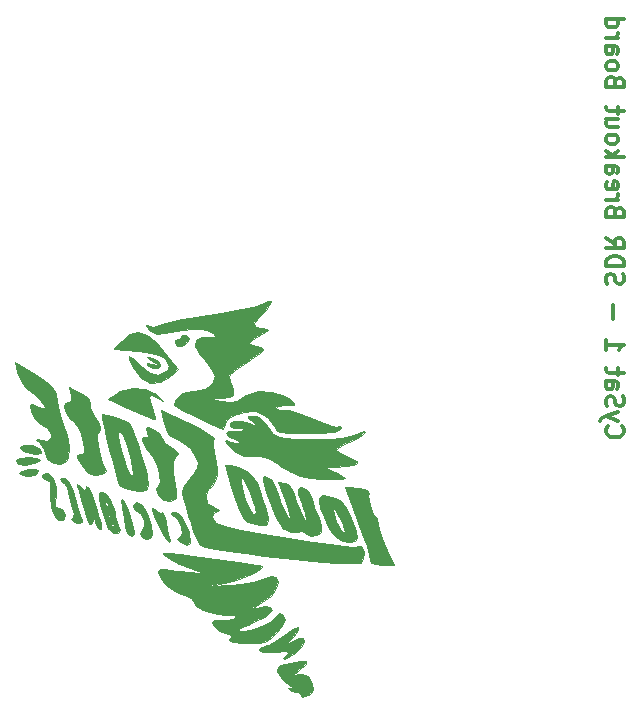
<source format=gbr>
%TF.GenerationSoftware,KiCad,Pcbnew,(5.1.0)-1*%
%TF.CreationDate,2019-05-03T18:32:39-05:00*%
%TF.ProjectId,payload_board,7061796c-6f61-4645-9f62-6f6172642e6b,rev?*%
%TF.SameCoordinates,Original*%
%TF.FileFunction,Legend,Bot*%
%TF.FilePolarity,Positive*%
%FSLAX46Y46*%
G04 Gerber Fmt 4.6, Leading zero omitted, Abs format (unit mm)*
G04 Created by KiCad (PCBNEW (5.1.0)-1) date 2019-05-03 18:32:39*
%MOMM*%
%LPD*%
G04 APERTURE LIST*
%ADD10C,0.300000*%
%ADD11C,0.010000*%
G04 APERTURE END LIST*
D10*
X121294285Y-94461428D02*
X121222857Y-94532857D01*
X121151428Y-94747142D01*
X121151428Y-94890000D01*
X121222857Y-95104285D01*
X121365714Y-95247142D01*
X121508571Y-95318571D01*
X121794285Y-95390000D01*
X122008571Y-95390000D01*
X122294285Y-95318571D01*
X122437142Y-95247142D01*
X122580000Y-95104285D01*
X122651428Y-94890000D01*
X122651428Y-94747142D01*
X122580000Y-94532857D01*
X122508571Y-94461428D01*
X122151428Y-93961428D02*
X121151428Y-93604285D01*
X122151428Y-93247142D02*
X121151428Y-93604285D01*
X120794285Y-93747142D01*
X120722857Y-93818571D01*
X120651428Y-93961428D01*
X121222857Y-92747142D02*
X121151428Y-92532857D01*
X121151428Y-92175714D01*
X121222857Y-92032857D01*
X121294285Y-91961428D01*
X121437142Y-91890000D01*
X121580000Y-91890000D01*
X121722857Y-91961428D01*
X121794285Y-92032857D01*
X121865714Y-92175714D01*
X121937142Y-92461428D01*
X122008571Y-92604285D01*
X122080000Y-92675714D01*
X122222857Y-92747142D01*
X122365714Y-92747142D01*
X122508571Y-92675714D01*
X122580000Y-92604285D01*
X122651428Y-92461428D01*
X122651428Y-92104285D01*
X122580000Y-91890000D01*
X121151428Y-90604285D02*
X121937142Y-90604285D01*
X122080000Y-90675714D01*
X122151428Y-90818571D01*
X122151428Y-91104285D01*
X122080000Y-91247142D01*
X121222857Y-90604285D02*
X121151428Y-90747142D01*
X121151428Y-91104285D01*
X121222857Y-91247142D01*
X121365714Y-91318571D01*
X121508571Y-91318571D01*
X121651428Y-91247142D01*
X121722857Y-91104285D01*
X121722857Y-90747142D01*
X121794285Y-90604285D01*
X122151428Y-90104285D02*
X122151428Y-89532857D01*
X122651428Y-89890000D02*
X121365714Y-89890000D01*
X121222857Y-89818571D01*
X121151428Y-89675714D01*
X121151428Y-89532857D01*
X121151428Y-87104285D02*
X121151428Y-87961428D01*
X121151428Y-87532857D02*
X122651428Y-87532857D01*
X122437142Y-87675714D01*
X122294285Y-87818571D01*
X122222857Y-87961428D01*
X121722857Y-85318571D02*
X121722857Y-84175714D01*
X121222857Y-82390000D02*
X121151428Y-82175714D01*
X121151428Y-81818571D01*
X121222857Y-81675714D01*
X121294285Y-81604285D01*
X121437142Y-81532857D01*
X121580000Y-81532857D01*
X121722857Y-81604285D01*
X121794285Y-81675714D01*
X121865714Y-81818571D01*
X121937142Y-82104285D01*
X122008571Y-82247142D01*
X122080000Y-82318571D01*
X122222857Y-82390000D01*
X122365714Y-82390000D01*
X122508571Y-82318571D01*
X122580000Y-82247142D01*
X122651428Y-82104285D01*
X122651428Y-81747142D01*
X122580000Y-81532857D01*
X121151428Y-80890000D02*
X122651428Y-80890000D01*
X122651428Y-80532857D01*
X122580000Y-80318571D01*
X122437142Y-80175714D01*
X122294285Y-80104285D01*
X122008571Y-80032857D01*
X121794285Y-80032857D01*
X121508571Y-80104285D01*
X121365714Y-80175714D01*
X121222857Y-80318571D01*
X121151428Y-80532857D01*
X121151428Y-80890000D01*
X121151428Y-78532857D02*
X121865714Y-79032857D01*
X121151428Y-79390000D02*
X122651428Y-79390000D01*
X122651428Y-78818571D01*
X122580000Y-78675714D01*
X122508571Y-78604285D01*
X122365714Y-78532857D01*
X122151428Y-78532857D01*
X122008571Y-78604285D01*
X121937142Y-78675714D01*
X121865714Y-78818571D01*
X121865714Y-79390000D01*
X121937142Y-76247142D02*
X121865714Y-76032857D01*
X121794285Y-75961428D01*
X121651428Y-75890000D01*
X121437142Y-75890000D01*
X121294285Y-75961428D01*
X121222857Y-76032857D01*
X121151428Y-76175714D01*
X121151428Y-76747142D01*
X122651428Y-76747142D01*
X122651428Y-76247142D01*
X122580000Y-76104285D01*
X122508571Y-76032857D01*
X122365714Y-75961428D01*
X122222857Y-75961428D01*
X122080000Y-76032857D01*
X122008571Y-76104285D01*
X121937142Y-76247142D01*
X121937142Y-76747142D01*
X121151428Y-75247142D02*
X122151428Y-75247142D01*
X121865714Y-75247142D02*
X122008571Y-75175714D01*
X122080000Y-75104285D01*
X122151428Y-74961428D01*
X122151428Y-74818571D01*
X121222857Y-73747142D02*
X121151428Y-73890000D01*
X121151428Y-74175714D01*
X121222857Y-74318571D01*
X121365714Y-74390000D01*
X121937142Y-74390000D01*
X122080000Y-74318571D01*
X122151428Y-74175714D01*
X122151428Y-73890000D01*
X122080000Y-73747142D01*
X121937142Y-73675714D01*
X121794285Y-73675714D01*
X121651428Y-74390000D01*
X121151428Y-72390000D02*
X121937142Y-72390000D01*
X122080000Y-72461428D01*
X122151428Y-72604285D01*
X122151428Y-72890000D01*
X122080000Y-73032857D01*
X121222857Y-72390000D02*
X121151428Y-72532857D01*
X121151428Y-72890000D01*
X121222857Y-73032857D01*
X121365714Y-73104285D01*
X121508571Y-73104285D01*
X121651428Y-73032857D01*
X121722857Y-72890000D01*
X121722857Y-72532857D01*
X121794285Y-72390000D01*
X121151428Y-71675714D02*
X122651428Y-71675714D01*
X121722857Y-71532857D02*
X121151428Y-71104285D01*
X122151428Y-71104285D02*
X121580000Y-71675714D01*
X121151428Y-70247142D02*
X121222857Y-70390000D01*
X121294285Y-70461428D01*
X121437142Y-70532857D01*
X121865714Y-70532857D01*
X122008571Y-70461428D01*
X122080000Y-70390000D01*
X122151428Y-70247142D01*
X122151428Y-70032857D01*
X122080000Y-69890000D01*
X122008571Y-69818571D01*
X121865714Y-69747142D01*
X121437142Y-69747142D01*
X121294285Y-69818571D01*
X121222857Y-69890000D01*
X121151428Y-70032857D01*
X121151428Y-70247142D01*
X122151428Y-68461428D02*
X121151428Y-68461428D01*
X122151428Y-69104285D02*
X121365714Y-69104285D01*
X121222857Y-69032857D01*
X121151428Y-68890000D01*
X121151428Y-68675714D01*
X121222857Y-68532857D01*
X121294285Y-68461428D01*
X122151428Y-67961428D02*
X122151428Y-67390000D01*
X122651428Y-67747142D02*
X121365714Y-67747142D01*
X121222857Y-67675714D01*
X121151428Y-67532857D01*
X121151428Y-67390000D01*
X121937142Y-65247142D02*
X121865714Y-65032857D01*
X121794285Y-64961428D01*
X121651428Y-64890000D01*
X121437142Y-64890000D01*
X121294285Y-64961428D01*
X121222857Y-65032857D01*
X121151428Y-65175714D01*
X121151428Y-65747142D01*
X122651428Y-65747142D01*
X122651428Y-65247142D01*
X122580000Y-65104285D01*
X122508571Y-65032857D01*
X122365714Y-64961428D01*
X122222857Y-64961428D01*
X122080000Y-65032857D01*
X122008571Y-65104285D01*
X121937142Y-65247142D01*
X121937142Y-65747142D01*
X121151428Y-64032857D02*
X121222857Y-64175714D01*
X121294285Y-64247142D01*
X121437142Y-64318571D01*
X121865714Y-64318571D01*
X122008571Y-64247142D01*
X122080000Y-64175714D01*
X122151428Y-64032857D01*
X122151428Y-63818571D01*
X122080000Y-63675714D01*
X122008571Y-63604285D01*
X121865714Y-63532857D01*
X121437142Y-63532857D01*
X121294285Y-63604285D01*
X121222857Y-63675714D01*
X121151428Y-63818571D01*
X121151428Y-64032857D01*
X121151428Y-62247142D02*
X121937142Y-62247142D01*
X122080000Y-62318571D01*
X122151428Y-62461428D01*
X122151428Y-62747142D01*
X122080000Y-62890000D01*
X121222857Y-62247142D02*
X121151428Y-62390000D01*
X121151428Y-62747142D01*
X121222857Y-62890000D01*
X121365714Y-62961428D01*
X121508571Y-62961428D01*
X121651428Y-62890000D01*
X121722857Y-62747142D01*
X121722857Y-62390000D01*
X121794285Y-62247142D01*
X121151428Y-61532857D02*
X122151428Y-61532857D01*
X121865714Y-61532857D02*
X122008571Y-61461428D01*
X122080000Y-61390000D01*
X122151428Y-61247142D01*
X122151428Y-61104285D01*
X121151428Y-59961428D02*
X122651428Y-59961428D01*
X121222857Y-59961428D02*
X121151428Y-60104285D01*
X121151428Y-60390000D01*
X121222857Y-60532857D01*
X121294285Y-60604285D01*
X121437142Y-60675714D01*
X121865714Y-60675714D01*
X122008571Y-60604285D01*
X122080000Y-60532857D01*
X122151428Y-60390000D01*
X122151428Y-60104285D01*
X122080000Y-59961428D01*
D11*
G36*
X85161101Y-86853276D02*
G01*
X84940555Y-87069126D01*
X84855673Y-87046059D01*
X84679941Y-87141533D01*
X84655702Y-87311761D01*
X84826657Y-87651411D01*
X85222374Y-87634520D01*
X85616298Y-87323803D01*
X85789452Y-86954029D01*
X85597973Y-86741729D01*
X85248498Y-86727749D01*
X85161101Y-86853276D01*
X85161101Y-86853276D01*
G37*
X85161101Y-86853276D02*
X84940555Y-87069126D01*
X84855673Y-87046059D01*
X84679941Y-87141533D01*
X84655702Y-87311761D01*
X84826657Y-87651411D01*
X85222374Y-87634520D01*
X85616298Y-87323803D01*
X85789452Y-86954029D01*
X85597973Y-86741729D01*
X85248498Y-86727749D01*
X85161101Y-86853276D01*
G36*
X82238705Y-88546391D02*
G01*
X82453434Y-88767421D01*
X82695000Y-88924838D01*
X83144479Y-89203820D01*
X83143550Y-89259984D01*
X82728359Y-89154088D01*
X82284311Y-89099142D01*
X82276244Y-89276619D01*
X82687398Y-89546852D01*
X83175847Y-89485521D01*
X83355130Y-89318678D01*
X83279638Y-89014242D01*
X82987434Y-88783941D01*
X82438083Y-88541598D01*
X82238705Y-88546391D01*
X82238705Y-88546391D01*
G37*
X82238705Y-88546391D02*
X82453434Y-88767421D01*
X82695000Y-88924838D01*
X83144479Y-89203820D01*
X83143550Y-89259984D01*
X82728359Y-89154088D01*
X82284311Y-89099142D01*
X82276244Y-89276619D01*
X82687398Y-89546852D01*
X83175847Y-89485521D01*
X83355130Y-89318678D01*
X83279638Y-89014242D01*
X82987434Y-88783941D01*
X82438083Y-88541598D01*
X82238705Y-88546391D01*
G36*
X80832080Y-86631436D02*
G01*
X80119913Y-87197311D01*
X80023531Y-87297641D01*
X79440302Y-87918461D01*
X81476025Y-88109224D01*
X82588162Y-88241424D01*
X83294462Y-88410341D01*
X83723814Y-88656215D01*
X83910546Y-88869350D01*
X84162990Y-89322490D01*
X84048946Y-89614063D01*
X83852122Y-89773040D01*
X83175310Y-90077091D01*
X82509624Y-89926801D01*
X81759210Y-89305263D01*
X81137302Y-88724434D01*
X80781651Y-88533833D01*
X80726271Y-88732529D01*
X81005178Y-89319589D01*
X81008831Y-89325820D01*
X81766774Y-90314450D01*
X82565893Y-90772749D01*
X83401803Y-90699432D01*
X84118088Y-90235985D01*
X84872756Y-89564899D01*
X84077854Y-88566134D01*
X83077142Y-87412149D01*
X82245844Y-86718564D01*
X81519107Y-86465090D01*
X80832080Y-86631436D01*
X80832080Y-86631436D01*
G37*
X80832080Y-86631436D02*
X80119913Y-87197311D01*
X80023531Y-87297641D01*
X79440302Y-87918461D01*
X81476025Y-88109224D01*
X82588162Y-88241424D01*
X83294462Y-88410341D01*
X83723814Y-88656215D01*
X83910546Y-88869350D01*
X84162990Y-89322490D01*
X84048946Y-89614063D01*
X83852122Y-89773040D01*
X83175310Y-90077091D01*
X82509624Y-89926801D01*
X81759210Y-89305263D01*
X81137302Y-88724434D01*
X80781651Y-88533833D01*
X80726271Y-88732529D01*
X81005178Y-89319589D01*
X81008831Y-89325820D01*
X81766774Y-90314450D01*
X82565893Y-90772749D01*
X83401803Y-90699432D01*
X84118088Y-90235985D01*
X84872756Y-89564899D01*
X84077854Y-88566134D01*
X83077142Y-87412149D01*
X82245844Y-86718564D01*
X81519107Y-86465090D01*
X80832080Y-86631436D01*
G36*
X79988099Y-91496183D02*
G01*
X79675009Y-91673147D01*
X78927649Y-92165927D01*
X80610798Y-92902347D01*
X81728062Y-93390359D01*
X82436894Y-93687763D01*
X82820037Y-93815349D01*
X82960234Y-93793910D01*
X82940227Y-93644238D01*
X82873961Y-93471053D01*
X82664764Y-92835166D01*
X82523966Y-92326376D01*
X82444017Y-91860684D01*
X82633792Y-91805735D01*
X82993001Y-91965258D01*
X83630789Y-92276509D01*
X82999590Y-91726676D01*
X82120028Y-91284028D01*
X81048750Y-91206111D01*
X79988099Y-91496183D01*
X79988099Y-91496183D01*
G37*
X79988099Y-91496183D02*
X79675009Y-91673147D01*
X78927649Y-92165927D01*
X80610798Y-92902347D01*
X81728062Y-93390359D01*
X82436894Y-93687763D01*
X82820037Y-93815349D01*
X82960234Y-93793910D01*
X82940227Y-93644238D01*
X82873961Y-93471053D01*
X82664764Y-92835166D01*
X82523966Y-92326376D01*
X82444017Y-91860684D01*
X82633792Y-91805735D01*
X82993001Y-91965258D01*
X83630789Y-92276509D01*
X82999590Y-91726676D01*
X82120028Y-91284028D01*
X81048750Y-91206111D01*
X79988099Y-91496183D01*
G36*
X92558619Y-83834458D02*
G01*
X92374381Y-83928932D01*
X91578094Y-84231845D01*
X90294575Y-84545522D01*
X88507570Y-84873408D01*
X86460495Y-85182781D01*
X85268820Y-85372088D01*
X84258604Y-85573361D01*
X83558614Y-85758607D01*
X83319980Y-85865527D01*
X82794265Y-86028460D01*
X82497878Y-85978622D01*
X82181099Y-85880015D01*
X82255018Y-86025798D01*
X82482354Y-86261252D01*
X82777589Y-86497186D01*
X83149719Y-86592445D01*
X83745290Y-86554980D01*
X84710850Y-86392744D01*
X84754985Y-86384562D01*
X85974024Y-86207754D01*
X86828120Y-86212901D01*
X87307105Y-86332771D01*
X87819712Y-86583663D01*
X88060631Y-86795576D01*
X87938932Y-86877617D01*
X87841842Y-86867286D01*
X86905849Y-86843835D01*
X86406142Y-87114243D01*
X86356135Y-87645073D01*
X86769242Y-88402887D01*
X87077226Y-88773244D01*
X87620927Y-89441745D01*
X87970971Y-90000194D01*
X88042368Y-90222725D01*
X87799985Y-90837143D01*
X87152226Y-91269908D01*
X86218173Y-91443702D01*
X86161099Y-91444211D01*
X85266060Y-91621625D01*
X84707913Y-92106899D01*
X84566579Y-92645003D01*
X84788147Y-92806662D01*
X85361896Y-93119718D01*
X86151394Y-93518313D01*
X87020208Y-93936589D01*
X87831905Y-94308688D01*
X88450053Y-94568751D01*
X88725602Y-94652632D01*
X88832252Y-94435200D01*
X88844473Y-94264123D01*
X89082326Y-93848439D01*
X89679237Y-93476189D01*
X90460240Y-93218356D01*
X91250366Y-93145919D01*
X91513934Y-93181178D01*
X92045646Y-93370883D01*
X92502954Y-93751696D01*
X93011431Y-94443605D01*
X93276024Y-94864929D01*
X93575372Y-94946741D01*
X94258708Y-95004260D01*
X95175778Y-95036229D01*
X96176331Y-95041390D01*
X97110113Y-95018485D01*
X97826871Y-94966259D01*
X98135526Y-94905594D01*
X98597364Y-94662924D01*
X98737105Y-94498958D01*
X98539894Y-94423677D01*
X98366817Y-94470145D01*
X97950423Y-94430990D01*
X97227658Y-94188936D01*
X96428396Y-93831335D01*
X95335590Y-93375730D01*
X94293964Y-93090640D01*
X93790789Y-93032479D01*
X93149502Y-93008530D01*
X92989503Y-92943231D01*
X93257377Y-92801098D01*
X93372282Y-92754452D01*
X93994904Y-92603885D01*
X94374913Y-92629324D01*
X94710457Y-92675931D01*
X94703842Y-92485453D01*
X94418034Y-92169830D01*
X93937751Y-91852129D01*
X92844406Y-91505803D01*
X91685815Y-91485965D01*
X90674208Y-91785516D01*
X90385891Y-91970952D01*
X89852777Y-92296726D01*
X89270060Y-92372230D01*
X88545098Y-92267615D01*
X87373947Y-92037536D01*
X88541446Y-92008242D01*
X89255218Y-91956694D01*
X89565109Y-91769081D01*
X89532234Y-91325490D01*
X89257781Y-90602694D01*
X89193916Y-90302637D01*
X89323104Y-90007855D01*
X89719765Y-89642562D01*
X90458316Y-89130976D01*
X91117105Y-88709264D01*
X91832712Y-88230065D01*
X92125629Y-87945991D01*
X92044601Y-87799795D01*
X91919210Y-87767245D01*
X91148494Y-87589002D01*
X90894167Y-87391622D01*
X91139436Y-87115251D01*
X91651842Y-86814364D01*
X92289442Y-86460439D01*
X92494827Y-86279678D01*
X92307536Y-86193473D01*
X91986052Y-86149957D01*
X91402788Y-86003063D01*
X91307597Y-85722958D01*
X91690128Y-85250073D01*
X91810291Y-85138641D01*
X92332375Y-84575545D01*
X92632634Y-84141175D01*
X92771348Y-83803068D01*
X92558619Y-83834458D01*
X92558619Y-83834458D01*
G37*
X92558619Y-83834458D02*
X92374381Y-83928932D01*
X91578094Y-84231845D01*
X90294575Y-84545522D01*
X88507570Y-84873408D01*
X86460495Y-85182781D01*
X85268820Y-85372088D01*
X84258604Y-85573361D01*
X83558614Y-85758607D01*
X83319980Y-85865527D01*
X82794265Y-86028460D01*
X82497878Y-85978622D01*
X82181099Y-85880015D01*
X82255018Y-86025798D01*
X82482354Y-86261252D01*
X82777589Y-86497186D01*
X83149719Y-86592445D01*
X83745290Y-86554980D01*
X84710850Y-86392744D01*
X84754985Y-86384562D01*
X85974024Y-86207754D01*
X86828120Y-86212901D01*
X87307105Y-86332771D01*
X87819712Y-86583663D01*
X88060631Y-86795576D01*
X87938932Y-86877617D01*
X87841842Y-86867286D01*
X86905849Y-86843835D01*
X86406142Y-87114243D01*
X86356135Y-87645073D01*
X86769242Y-88402887D01*
X87077226Y-88773244D01*
X87620927Y-89441745D01*
X87970971Y-90000194D01*
X88042368Y-90222725D01*
X87799985Y-90837143D01*
X87152226Y-91269908D01*
X86218173Y-91443702D01*
X86161099Y-91444211D01*
X85266060Y-91621625D01*
X84707913Y-92106899D01*
X84566579Y-92645003D01*
X84788147Y-92806662D01*
X85361896Y-93119718D01*
X86151394Y-93518313D01*
X87020208Y-93936589D01*
X87831905Y-94308688D01*
X88450053Y-94568751D01*
X88725602Y-94652632D01*
X88832252Y-94435200D01*
X88844473Y-94264123D01*
X89082326Y-93848439D01*
X89679237Y-93476189D01*
X90460240Y-93218356D01*
X91250366Y-93145919D01*
X91513934Y-93181178D01*
X92045646Y-93370883D01*
X92502954Y-93751696D01*
X93011431Y-94443605D01*
X93276024Y-94864929D01*
X93575372Y-94946741D01*
X94258708Y-95004260D01*
X95175778Y-95036229D01*
X96176331Y-95041390D01*
X97110113Y-95018485D01*
X97826871Y-94966259D01*
X98135526Y-94905594D01*
X98597364Y-94662924D01*
X98737105Y-94498958D01*
X98539894Y-94423677D01*
X98366817Y-94470145D01*
X97950423Y-94430990D01*
X97227658Y-94188936D01*
X96428396Y-93831335D01*
X95335590Y-93375730D01*
X94293964Y-93090640D01*
X93790789Y-93032479D01*
X93149502Y-93008530D01*
X92989503Y-92943231D01*
X93257377Y-92801098D01*
X93372282Y-92754452D01*
X93994904Y-92603885D01*
X94374913Y-92629324D01*
X94710457Y-92675931D01*
X94703842Y-92485453D01*
X94418034Y-92169830D01*
X93937751Y-91852129D01*
X92844406Y-91505803D01*
X91685815Y-91485965D01*
X90674208Y-91785516D01*
X90385891Y-91970952D01*
X89852777Y-92296726D01*
X89270060Y-92372230D01*
X88545098Y-92267615D01*
X87373947Y-92037536D01*
X88541446Y-92008242D01*
X89255218Y-91956694D01*
X89565109Y-91769081D01*
X89532234Y-91325490D01*
X89257781Y-90602694D01*
X89193916Y-90302637D01*
X89323104Y-90007855D01*
X89719765Y-89642562D01*
X90458316Y-89130976D01*
X91117105Y-88709264D01*
X91832712Y-88230065D01*
X92125629Y-87945991D01*
X92044601Y-87799795D01*
X91919210Y-87767245D01*
X91148494Y-87589002D01*
X90894167Y-87391622D01*
X91139436Y-87115251D01*
X91651842Y-86814364D01*
X92289442Y-86460439D01*
X92494827Y-86279678D01*
X92307536Y-86193473D01*
X91986052Y-86149957D01*
X91402788Y-86003063D01*
X91307597Y-85722958D01*
X91690128Y-85250073D01*
X91810291Y-85138641D01*
X92332375Y-84575545D01*
X92632634Y-84141175D01*
X92771348Y-83803068D01*
X92558619Y-83834458D01*
G36*
X71564801Y-96122240D02*
G01*
X71530678Y-96323684D01*
X71813351Y-96557628D01*
X72344142Y-96712809D01*
X72906713Y-96759760D01*
X73284725Y-96669011D01*
X73337105Y-96569756D01*
X73098773Y-96253987D01*
X72498281Y-96040025D01*
X71956115Y-95989474D01*
X71564801Y-96122240D01*
X71564801Y-96122240D01*
G37*
X71564801Y-96122240D02*
X71530678Y-96323684D01*
X71813351Y-96557628D01*
X72344142Y-96712809D01*
X72906713Y-96759760D01*
X73284725Y-96669011D01*
X73337105Y-96569756D01*
X73098773Y-96253987D01*
X72498281Y-96040025D01*
X71956115Y-95989474D01*
X71564801Y-96122240D01*
G36*
X71295275Y-89887154D02*
G01*
X71589247Y-90628918D01*
X72056994Y-91173378D01*
X72062093Y-91176842D01*
X72731561Y-91692504D01*
X73251548Y-92205737D01*
X73571258Y-92636594D01*
X73639896Y-92905125D01*
X73406664Y-92931381D01*
X73087314Y-92790460D01*
X72573108Y-92552541D01*
X72405241Y-92662837D01*
X72471110Y-93190209D01*
X72784223Y-93828351D01*
X73169297Y-94166024D01*
X73803408Y-94623463D01*
X74127338Y-95097522D01*
X74123056Y-95476981D01*
X73772530Y-95650620D01*
X73403947Y-95613305D01*
X72922083Y-95523858D01*
X72900709Y-95615075D01*
X73136579Y-95814322D01*
X73518871Y-96345905D01*
X73604473Y-96725607D01*
X73811093Y-97220577D01*
X74303221Y-97527968D01*
X74889263Y-97608490D01*
X75377622Y-97422850D01*
X75555835Y-97125790D01*
X75632826Y-96213010D01*
X75513910Y-95203199D01*
X75285325Y-94518627D01*
X74999844Y-93776348D01*
X74735821Y-92769935D01*
X74561294Y-91767956D01*
X74542726Y-91587253D01*
X74269925Y-91126709D01*
X73549403Y-90517677D01*
X72810381Y-90030196D01*
X71123440Y-88998519D01*
X71295275Y-89887154D01*
X71295275Y-89887154D01*
G37*
X71295275Y-89887154D02*
X71589247Y-90628918D01*
X72056994Y-91173378D01*
X72062093Y-91176842D01*
X72731561Y-91692504D01*
X73251548Y-92205737D01*
X73571258Y-92636594D01*
X73639896Y-92905125D01*
X73406664Y-92931381D01*
X73087314Y-92790460D01*
X72573108Y-92552541D01*
X72405241Y-92662837D01*
X72471110Y-93190209D01*
X72784223Y-93828351D01*
X73169297Y-94166024D01*
X73803408Y-94623463D01*
X74127338Y-95097522D01*
X74123056Y-95476981D01*
X73772530Y-95650620D01*
X73403947Y-95613305D01*
X72922083Y-95523858D01*
X72900709Y-95615075D01*
X73136579Y-95814322D01*
X73518871Y-96345905D01*
X73604473Y-96725607D01*
X73811093Y-97220577D01*
X74303221Y-97527968D01*
X74889263Y-97608490D01*
X75377622Y-97422850D01*
X75555835Y-97125790D01*
X75632826Y-96213010D01*
X75513910Y-95203199D01*
X75285325Y-94518627D01*
X74999844Y-93776348D01*
X74735821Y-92769935D01*
X74561294Y-91767956D01*
X74542726Y-91587253D01*
X74269925Y-91126709D01*
X73549403Y-90517677D01*
X72810381Y-90030196D01*
X71123440Y-88998519D01*
X71295275Y-89887154D01*
G36*
X71631856Y-97112266D02*
G01*
X71235630Y-97246180D01*
X71198158Y-97310537D01*
X71371442Y-97629768D01*
X71935927Y-97691392D01*
X72267631Y-97651597D01*
X72973288Y-97470617D01*
X73188965Y-97266324D01*
X72908471Y-97107358D01*
X72321105Y-97058948D01*
X71631856Y-97112266D01*
X71631856Y-97112266D01*
G37*
X71631856Y-97112266D02*
X71235630Y-97246180D01*
X71198158Y-97310537D01*
X71371442Y-97629768D01*
X71935927Y-97691392D01*
X72267631Y-97651597D01*
X72973288Y-97470617D01*
X73188965Y-97266324D01*
X72908471Y-97107358D01*
X72321105Y-97058948D01*
X71631856Y-97112266D01*
G36*
X72267631Y-98071390D02*
G01*
X71704565Y-98222651D01*
X71465592Y-98423072D01*
X71465526Y-98426136D01*
X71685385Y-98599456D01*
X72174794Y-98659666D01*
X72678496Y-98596244D01*
X72891491Y-98484913D01*
X73063302Y-98160918D01*
X72752432Y-98035706D01*
X72267631Y-98071390D01*
X72267631Y-98071390D01*
G37*
X72267631Y-98071390D02*
X71704565Y-98222651D01*
X71465592Y-98423072D01*
X71465526Y-98426136D01*
X71685385Y-98599456D01*
X72174794Y-98659666D01*
X72678496Y-98596244D01*
X72891491Y-98484913D01*
X73063302Y-98160918D01*
X72752432Y-98035706D01*
X72267631Y-98071390D01*
G36*
X75809609Y-91849185D02*
G01*
X75841679Y-92337586D01*
X75632230Y-92420756D01*
X75545883Y-92392494D01*
X75301174Y-92453009D01*
X75284402Y-92815143D01*
X75451671Y-93320028D01*
X75759087Y-93808792D01*
X75999108Y-94032859D01*
X76424929Y-94542959D01*
X76661357Y-95114289D01*
X76844330Y-95840928D01*
X76977293Y-96323684D01*
X76936473Y-96718514D01*
X76697228Y-96791579D01*
X76359582Y-96851324D01*
X76337701Y-97094690D01*
X76643344Y-97617874D01*
X76831101Y-97886621D01*
X77294260Y-98432010D01*
X77760818Y-98602018D01*
X78473514Y-98482481D01*
X78498145Y-98476120D01*
X78815386Y-98259983D01*
X78737261Y-98039240D01*
X78498030Y-97560169D01*
X78274989Y-96843260D01*
X78104389Y-96063133D01*
X78022479Y-95394408D01*
X78065507Y-95011705D01*
X78102274Y-94980382D01*
X78258905Y-94694859D01*
X78174130Y-94176776D01*
X77904285Y-93637748D01*
X77680171Y-93394859D01*
X77405726Y-92894246D01*
X77413165Y-92559328D01*
X77369003Y-92136571D01*
X76924913Y-91761715D01*
X76612055Y-91599717D01*
X75676650Y-91153653D01*
X75809609Y-91849185D01*
X75809609Y-91849185D01*
G37*
X75809609Y-91849185D02*
X75841679Y-92337586D01*
X75632230Y-92420756D01*
X75545883Y-92392494D01*
X75301174Y-92453009D01*
X75284402Y-92815143D01*
X75451671Y-93320028D01*
X75759087Y-93808792D01*
X75999108Y-94032859D01*
X76424929Y-94542959D01*
X76661357Y-95114289D01*
X76844330Y-95840928D01*
X76977293Y-96323684D01*
X76936473Y-96718514D01*
X76697228Y-96791579D01*
X76359582Y-96851324D01*
X76337701Y-97094690D01*
X76643344Y-97617874D01*
X76831101Y-97886621D01*
X77294260Y-98432010D01*
X77760818Y-98602018D01*
X78473514Y-98482481D01*
X78498145Y-98476120D01*
X78815386Y-98259983D01*
X78737261Y-98039240D01*
X78498030Y-97560169D01*
X78274989Y-96843260D01*
X78104389Y-96063133D01*
X78022479Y-95394408D01*
X78065507Y-95011705D01*
X78102274Y-94980382D01*
X78258905Y-94694859D01*
X78174130Y-94176776D01*
X77904285Y-93637748D01*
X77680171Y-93394859D01*
X77405726Y-92894246D01*
X77413165Y-92559328D01*
X77369003Y-92136571D01*
X76924913Y-91761715D01*
X76612055Y-91599717D01*
X75676650Y-91153653D01*
X75809609Y-91849185D01*
G36*
X90789745Y-93606058D02*
G01*
X90848347Y-93752477D01*
X91132845Y-93975708D01*
X91449664Y-94285182D01*
X91342051Y-94366209D01*
X90877765Y-94199373D01*
X90688376Y-94103083D01*
X90155313Y-93958229D01*
X89623599Y-94000363D01*
X89278864Y-94186934D01*
X89271819Y-94427806D01*
X89634613Y-94594464D01*
X89944122Y-94567271D01*
X90353537Y-94574343D01*
X90448684Y-94708832D01*
X90226769Y-94868728D01*
X89773882Y-94853342D01*
X89157032Y-94838695D01*
X88965111Y-95032995D01*
X89241424Y-95326284D01*
X89533887Y-95462718D01*
X90000084Y-95699919D01*
X90107611Y-95884933D01*
X89788216Y-95889531D01*
X89402109Y-95734361D01*
X88954443Y-95564770D01*
X88867240Y-95686468D01*
X89113264Y-96022459D01*
X89665278Y-96495749D01*
X89673637Y-96501939D01*
X90482404Y-96937756D01*
X91265041Y-96962398D01*
X91288745Y-96957777D01*
X91853740Y-96939503D01*
X92492039Y-97152378D01*
X93352818Y-97651106D01*
X93573102Y-97795478D01*
X94453706Y-98338562D01*
X95198753Y-98654267D01*
X96041594Y-98816285D01*
X97037994Y-98889670D01*
X97985297Y-98917321D01*
X98682528Y-98899202D01*
X98998164Y-98839516D01*
X99004473Y-98826832D01*
X98785545Y-98623777D01*
X98247439Y-98334973D01*
X98135526Y-98284683D01*
X97266579Y-97904673D01*
X98202368Y-97879212D01*
X99041459Y-97813021D01*
X99752116Y-97689318D01*
X99756182Y-97688234D01*
X100090100Y-97567525D01*
X100057828Y-97423208D01*
X99605964Y-97180905D01*
X99288287Y-97036536D01*
X98634560Y-96716621D01*
X98247605Y-96474637D01*
X98202368Y-96416110D01*
X98423851Y-96239738D01*
X98987079Y-95942237D01*
X99371022Y-95764914D01*
X100105792Y-95393934D01*
X100623103Y-95048774D01*
X100737292Y-94928213D01*
X100666258Y-94828259D01*
X100238649Y-94974911D01*
X100036533Y-95074078D01*
X99475179Y-95296578D01*
X98748967Y-95435441D01*
X97738001Y-95504508D01*
X96322382Y-95517623D01*
X96202042Y-95516780D01*
X94903490Y-95499085D01*
X94030397Y-95456393D01*
X93473500Y-95368061D01*
X93123540Y-95213446D01*
X92871255Y-94971904D01*
X92793188Y-94872723D01*
X92226625Y-94152353D01*
X91844312Y-93765239D01*
X91519603Y-93609564D01*
X91189146Y-93583158D01*
X90789745Y-93606058D01*
X90789745Y-93606058D01*
G37*
X90789745Y-93606058D02*
X90848347Y-93752477D01*
X91132845Y-93975708D01*
X91449664Y-94285182D01*
X91342051Y-94366209D01*
X90877765Y-94199373D01*
X90688376Y-94103083D01*
X90155313Y-93958229D01*
X89623599Y-94000363D01*
X89278864Y-94186934D01*
X89271819Y-94427806D01*
X89634613Y-94594464D01*
X89944122Y-94567271D01*
X90353537Y-94574343D01*
X90448684Y-94708832D01*
X90226769Y-94868728D01*
X89773882Y-94853342D01*
X89157032Y-94838695D01*
X88965111Y-95032995D01*
X89241424Y-95326284D01*
X89533887Y-95462718D01*
X90000084Y-95699919D01*
X90107611Y-95884933D01*
X89788216Y-95889531D01*
X89402109Y-95734361D01*
X88954443Y-95564770D01*
X88867240Y-95686468D01*
X89113264Y-96022459D01*
X89665278Y-96495749D01*
X89673637Y-96501939D01*
X90482404Y-96937756D01*
X91265041Y-96962398D01*
X91288745Y-96957777D01*
X91853740Y-96939503D01*
X92492039Y-97152378D01*
X93352818Y-97651106D01*
X93573102Y-97795478D01*
X94453706Y-98338562D01*
X95198753Y-98654267D01*
X96041594Y-98816285D01*
X97037994Y-98889670D01*
X97985297Y-98917321D01*
X98682528Y-98899202D01*
X98998164Y-98839516D01*
X99004473Y-98826832D01*
X98785545Y-98623777D01*
X98247439Y-98334973D01*
X98135526Y-98284683D01*
X97266579Y-97904673D01*
X98202368Y-97879212D01*
X99041459Y-97813021D01*
X99752116Y-97689318D01*
X99756182Y-97688234D01*
X100090100Y-97567525D01*
X100057828Y-97423208D01*
X99605964Y-97180905D01*
X99288287Y-97036536D01*
X98634560Y-96716621D01*
X98247605Y-96474637D01*
X98202368Y-96416110D01*
X98423851Y-96239738D01*
X98987079Y-95942237D01*
X99371022Y-95764914D01*
X100105792Y-95393934D01*
X100623103Y-95048774D01*
X100737292Y-94928213D01*
X100666258Y-94828259D01*
X100238649Y-94974911D01*
X100036533Y-95074078D01*
X99475179Y-95296578D01*
X98748967Y-95435441D01*
X97738001Y-95504508D01*
X96322382Y-95517623D01*
X96202042Y-95516780D01*
X94903490Y-95499085D01*
X94030397Y-95456393D01*
X93473500Y-95368061D01*
X93123540Y-95213446D01*
X92871255Y-94971904D01*
X92793188Y-94872723D01*
X92226625Y-94152353D01*
X91844312Y-93765239D01*
X91519603Y-93609564D01*
X91189146Y-93583158D01*
X90789745Y-93606058D01*
G36*
X78452456Y-93458685D02*
G01*
X78468655Y-93746660D01*
X78599903Y-94421776D01*
X78813838Y-95357158D01*
X79078100Y-96425929D01*
X79360326Y-97501213D01*
X79628156Y-98456134D01*
X79849229Y-99163817D01*
X79991183Y-99497385D01*
X79993286Y-99499676D01*
X80383731Y-99683995D01*
X81025304Y-99821861D01*
X81695100Y-99884941D01*
X82170211Y-99844902D01*
X82259863Y-99787781D01*
X82335262Y-99327596D01*
X82270774Y-98614704D01*
X82233082Y-98465897D01*
X81057032Y-98465897D01*
X80976474Y-98610922D01*
X80786473Y-98365908D01*
X80526485Y-97786068D01*
X80235967Y-96926615D01*
X80184601Y-96750429D01*
X79919237Y-95800747D01*
X79792972Y-95253642D01*
X79795299Y-94998311D01*
X79915709Y-94923949D01*
X80011010Y-94920000D01*
X80246971Y-95173737D01*
X80520177Y-95887365D01*
X80807019Y-96989514D01*
X80988690Y-97875619D01*
X81057032Y-98465897D01*
X82233082Y-98465897D01*
X82091057Y-97905190D01*
X82074324Y-97861053D01*
X81919432Y-97395078D01*
X81682395Y-96608885D01*
X81486698Y-95927574D01*
X81204467Y-95070219D01*
X80918145Y-94430518D01*
X80739043Y-94191844D01*
X80225288Y-93936912D01*
X79548271Y-93684411D01*
X78906600Y-93498021D01*
X78498885Y-93441422D01*
X78452456Y-93458685D01*
X78452456Y-93458685D01*
G37*
X78452456Y-93458685D02*
X78468655Y-93746660D01*
X78599903Y-94421776D01*
X78813838Y-95357158D01*
X79078100Y-96425929D01*
X79360326Y-97501213D01*
X79628156Y-98456134D01*
X79849229Y-99163817D01*
X79991183Y-99497385D01*
X79993286Y-99499676D01*
X80383731Y-99683995D01*
X81025304Y-99821861D01*
X81695100Y-99884941D01*
X82170211Y-99844902D01*
X82259863Y-99787781D01*
X82335262Y-99327596D01*
X82270774Y-98614704D01*
X82233082Y-98465897D01*
X81057032Y-98465897D01*
X80976474Y-98610922D01*
X80786473Y-98365908D01*
X80526485Y-97786068D01*
X80235967Y-96926615D01*
X80184601Y-96750429D01*
X79919237Y-95800747D01*
X79792972Y-95253642D01*
X79795299Y-94998311D01*
X79915709Y-94923949D01*
X80011010Y-94920000D01*
X80246971Y-95173737D01*
X80520177Y-95887365D01*
X80807019Y-96989514D01*
X80988690Y-97875619D01*
X81057032Y-98465897D01*
X82233082Y-98465897D01*
X82091057Y-97905190D01*
X82074324Y-97861053D01*
X81919432Y-97395078D01*
X81682395Y-96608885D01*
X81486698Y-95927574D01*
X81204467Y-95070219D01*
X80918145Y-94430518D01*
X80739043Y-94191844D01*
X80225288Y-93936912D01*
X79548271Y-93684411D01*
X78906600Y-93498021D01*
X78498885Y-93441422D01*
X78452456Y-93458685D01*
G36*
X82219697Y-94626175D02*
G01*
X82303655Y-94950587D01*
X82361219Y-95350032D01*
X82188907Y-95338756D01*
X81936966Y-95327081D01*
X81887411Y-95626780D01*
X82011125Y-96067199D01*
X82278994Y-96477686D01*
X82401102Y-96582483D01*
X82790576Y-97045125D01*
X83116086Y-97746554D01*
X83326394Y-98506731D01*
X83370262Y-99145619D01*
X83222755Y-99469578D01*
X83041619Y-99756579D01*
X83211539Y-100233366D01*
X83644407Y-100663529D01*
X84188643Y-100790288D01*
X84632570Y-100586844D01*
X84727933Y-100425358D01*
X84754491Y-99936387D01*
X84636610Y-99206084D01*
X84593451Y-99037964D01*
X84444034Y-98135438D01*
X84490981Y-97369904D01*
X84712664Y-96885897D01*
X84929774Y-96790580D01*
X84928658Y-96672961D01*
X84555510Y-96380192D01*
X84366052Y-96259773D01*
X83801415Y-95828093D01*
X83508555Y-95433469D01*
X83497105Y-95367899D01*
X83278158Y-95003758D01*
X82809747Y-94692652D01*
X82333889Y-94508111D01*
X82219697Y-94626175D01*
X82219697Y-94626175D01*
G37*
X82219697Y-94626175D02*
X82303655Y-94950587D01*
X82361219Y-95350032D01*
X82188907Y-95338756D01*
X81936966Y-95327081D01*
X81887411Y-95626780D01*
X82011125Y-96067199D01*
X82278994Y-96477686D01*
X82401102Y-96582483D01*
X82790576Y-97045125D01*
X83116086Y-97746554D01*
X83326394Y-98506731D01*
X83370262Y-99145619D01*
X83222755Y-99469578D01*
X83041619Y-99756579D01*
X83211539Y-100233366D01*
X83644407Y-100663529D01*
X84188643Y-100790288D01*
X84632570Y-100586844D01*
X84727933Y-100425358D01*
X84754491Y-99936387D01*
X84636610Y-99206084D01*
X84593451Y-99037964D01*
X84444034Y-98135438D01*
X84490981Y-97369904D01*
X84712664Y-96885897D01*
X84929774Y-96790580D01*
X84928658Y-96672961D01*
X84555510Y-96380192D01*
X84366052Y-96259773D01*
X83801415Y-95828093D01*
X83508555Y-95433469D01*
X83497105Y-95367899D01*
X83278158Y-95003758D01*
X82809747Y-94692652D01*
X82333889Y-94508111D01*
X82219697Y-94626175D01*
G36*
X73410296Y-98561075D02*
G01*
X73415087Y-98730000D01*
X73708354Y-98997798D01*
X73833572Y-98998985D01*
X74019999Y-99201616D01*
X74099664Y-99880591D01*
X74099488Y-100266412D01*
X74173446Y-101248033D01*
X74409499Y-101979113D01*
X74756056Y-102373074D01*
X75161526Y-102343334D01*
X75279385Y-102246492D01*
X75351225Y-101875156D01*
X75112882Y-101486457D01*
X74766911Y-101336842D01*
X74521683Y-101203095D01*
X74504455Y-100726409D01*
X74552622Y-100429206D01*
X74574452Y-99550384D01*
X74340199Y-98835169D01*
X73912606Y-98434340D01*
X73706470Y-98395790D01*
X73410296Y-98561075D01*
X73410296Y-98561075D01*
G37*
X73410296Y-98561075D02*
X73415087Y-98730000D01*
X73708354Y-98997798D01*
X73833572Y-98998985D01*
X74019999Y-99201616D01*
X74099664Y-99880591D01*
X74099488Y-100266412D01*
X74173446Y-101248033D01*
X74409499Y-101979113D01*
X74756056Y-102373074D01*
X75161526Y-102343334D01*
X75279385Y-102246492D01*
X75351225Y-101875156D01*
X75112882Y-101486457D01*
X74766911Y-101336842D01*
X74521683Y-101203095D01*
X74504455Y-100726409D01*
X74552622Y-100429206D01*
X74574452Y-99550384D01*
X74340199Y-98835169D01*
X73912606Y-98434340D01*
X73706470Y-98395790D01*
X73410296Y-98561075D01*
G36*
X74941316Y-98916637D02*
G01*
X75148414Y-99214366D01*
X75220207Y-99246297D01*
X75464028Y-99553319D01*
X75586523Y-100003841D01*
X75761679Y-100793239D01*
X75943536Y-101336842D01*
X76066951Y-101860043D01*
X75976606Y-102094941D01*
X75837475Y-102307735D01*
X76048940Y-102557680D01*
X76456227Y-102673684D01*
X76750564Y-102508634D01*
X76744099Y-102339474D01*
X76604631Y-101912574D01*
X76375880Y-101158683D01*
X76181710Y-100496866D01*
X75881349Y-99656285D01*
X75556547Y-99044718D01*
X75343321Y-98834205D01*
X74997928Y-98817624D01*
X74941316Y-98916637D01*
X74941316Y-98916637D01*
G37*
X74941316Y-98916637D02*
X75148414Y-99214366D01*
X75220207Y-99246297D01*
X75464028Y-99553319D01*
X75586523Y-100003841D01*
X75761679Y-100793239D01*
X75943536Y-101336842D01*
X76066951Y-101860043D01*
X75976606Y-102094941D01*
X75837475Y-102307735D01*
X76048940Y-102557680D01*
X76456227Y-102673684D01*
X76750564Y-102508634D01*
X76744099Y-102339474D01*
X76604631Y-101912574D01*
X76375880Y-101158683D01*
X76181710Y-100496866D01*
X75881349Y-99656285D01*
X75556547Y-99044718D01*
X75343321Y-98834205D01*
X74997928Y-98817624D01*
X74941316Y-98916637D01*
G36*
X88902893Y-97713511D02*
G01*
X88933517Y-97996719D01*
X89103977Y-98666669D01*
X89382277Y-99603728D01*
X89544356Y-100111992D01*
X89968865Y-101314995D01*
X90325165Y-102074473D01*
X90655363Y-102470135D01*
X90837813Y-102560628D01*
X91515739Y-102751857D01*
X91829867Y-102839459D01*
X92300511Y-102805536D01*
X92450456Y-102679333D01*
X92488163Y-102258341D01*
X92394994Y-101785524D01*
X91518158Y-101785524D01*
X91314005Y-101870509D01*
X91275922Y-101871579D01*
X91057764Y-101641206D01*
X90770018Y-101053611D01*
X90607501Y-100620793D01*
X90317993Y-99663598D01*
X90192297Y-99004817D01*
X90238104Y-98716096D01*
X90413147Y-98810211D01*
X90593308Y-99153352D01*
X90865405Y-99812318D01*
X91157670Y-100593870D01*
X91398335Y-101304771D01*
X91515633Y-101751783D01*
X91518158Y-101785524D01*
X92394994Y-101785524D01*
X92355678Y-101586007D01*
X92313274Y-101449350D01*
X92091654Y-100739632D01*
X91954540Y-100230387D01*
X91945464Y-100184578D01*
X91544378Y-99146995D01*
X90815333Y-98314127D01*
X89995395Y-97880749D01*
X89337003Y-97730509D01*
X88938850Y-97698841D01*
X88902893Y-97713511D01*
X88902893Y-97713511D01*
G37*
X88902893Y-97713511D02*
X88933517Y-97996719D01*
X89103977Y-98666669D01*
X89382277Y-99603728D01*
X89544356Y-100111992D01*
X89968865Y-101314995D01*
X90325165Y-102074473D01*
X90655363Y-102470135D01*
X90837813Y-102560628D01*
X91515739Y-102751857D01*
X91829867Y-102839459D01*
X92300511Y-102805536D01*
X92450456Y-102679333D01*
X92488163Y-102258341D01*
X92394994Y-101785524D01*
X91518158Y-101785524D01*
X91314005Y-101870509D01*
X91275922Y-101871579D01*
X91057764Y-101641206D01*
X90770018Y-101053611D01*
X90607501Y-100620793D01*
X90317993Y-99663598D01*
X90192297Y-99004817D01*
X90238104Y-98716096D01*
X90413147Y-98810211D01*
X90593308Y-99153352D01*
X90865405Y-99812318D01*
X91157670Y-100593870D01*
X91398335Y-101304771D01*
X91515633Y-101751783D01*
X91518158Y-101785524D01*
X92394994Y-101785524D01*
X92355678Y-101586007D01*
X92313274Y-101449350D01*
X92091654Y-100739632D01*
X91954540Y-100230387D01*
X91945464Y-100184578D01*
X91544378Y-99146995D01*
X90815333Y-98314127D01*
X89995395Y-97880749D01*
X89337003Y-97730509D01*
X88938850Y-97698841D01*
X88902893Y-97713511D01*
G36*
X76353732Y-99465263D02*
G01*
X76489445Y-99925025D01*
X76720548Y-100710843D01*
X76943580Y-101470527D01*
X77212544Y-102317562D01*
X77401783Y-102704712D01*
X77550689Y-102693391D01*
X77629493Y-102540000D01*
X77795530Y-102206037D01*
X77858343Y-102363457D01*
X77863576Y-102457379D01*
X77978839Y-102831913D01*
X78198743Y-103114132D01*
X78380811Y-103157233D01*
X78413167Y-103023674D01*
X78336605Y-102669540D01*
X78142173Y-101972903D01*
X77932047Y-101279055D01*
X77592326Y-100284507D01*
X77320236Y-99669974D01*
X77141147Y-99481324D01*
X77080263Y-99739172D01*
X76963775Y-99875877D01*
X76657384Y-99583208D01*
X76375218Y-99304485D01*
X76353732Y-99465263D01*
X76353732Y-99465263D01*
G37*
X76353732Y-99465263D02*
X76489445Y-99925025D01*
X76720548Y-100710843D01*
X76943580Y-101470527D01*
X77212544Y-102317562D01*
X77401783Y-102704712D01*
X77550689Y-102693391D01*
X77629493Y-102540000D01*
X77795530Y-102206037D01*
X77858343Y-102363457D01*
X77863576Y-102457379D01*
X77978839Y-102831913D01*
X78198743Y-103114132D01*
X78380811Y-103157233D01*
X78413167Y-103023674D01*
X78336605Y-102669540D01*
X78142173Y-101972903D01*
X77932047Y-101279055D01*
X77592326Y-100284507D01*
X77320236Y-99669974D01*
X77141147Y-99481324D01*
X77080263Y-99739172D01*
X76963775Y-99875877D01*
X76657384Y-99583208D01*
X76375218Y-99304485D01*
X76353732Y-99465263D01*
G36*
X78234996Y-100092987D02*
G01*
X78207349Y-100425632D01*
X78317541Y-101076460D01*
X78517989Y-101862095D01*
X78761109Y-102599160D01*
X78999317Y-103104281D01*
X79026068Y-103141579D01*
X79424238Y-103439437D01*
X79795051Y-103448637D01*
X79946469Y-103191146D01*
X79911418Y-103040313D01*
X79836954Y-102807369D01*
X79486579Y-102807369D01*
X79352894Y-102941053D01*
X79219210Y-102807369D01*
X79352894Y-102673684D01*
X79486579Y-102807369D01*
X79836954Y-102807369D01*
X79745405Y-102520982D01*
X79602261Y-102005263D01*
X79219210Y-102005263D01*
X79085526Y-102138948D01*
X78951842Y-102005263D01*
X79085526Y-101871579D01*
X79219210Y-102005263D01*
X79602261Y-102005263D01*
X79526906Y-101733779D01*
X79444286Y-101413331D01*
X79317404Y-101069474D01*
X78951842Y-101069474D01*
X78854016Y-101289548D01*
X78773596Y-101247720D01*
X78741597Y-100930416D01*
X78773596Y-100891228D01*
X78932546Y-100927930D01*
X78951842Y-101069474D01*
X79317404Y-101069474D01*
X79134220Y-100573037D01*
X78748447Y-100078025D01*
X78357937Y-100005783D01*
X78234996Y-100092987D01*
X78234996Y-100092987D01*
G37*
X78234996Y-100092987D02*
X78207349Y-100425632D01*
X78317541Y-101076460D01*
X78517989Y-101862095D01*
X78761109Y-102599160D01*
X78999317Y-103104281D01*
X79026068Y-103141579D01*
X79424238Y-103439437D01*
X79795051Y-103448637D01*
X79946469Y-103191146D01*
X79911418Y-103040313D01*
X79836954Y-102807369D01*
X79486579Y-102807369D01*
X79352894Y-102941053D01*
X79219210Y-102807369D01*
X79352894Y-102673684D01*
X79486579Y-102807369D01*
X79836954Y-102807369D01*
X79745405Y-102520982D01*
X79602261Y-102005263D01*
X79219210Y-102005263D01*
X79085526Y-102138948D01*
X78951842Y-102005263D01*
X79085526Y-101871579D01*
X79219210Y-102005263D01*
X79602261Y-102005263D01*
X79526906Y-101733779D01*
X79444286Y-101413331D01*
X79317404Y-101069474D01*
X78951842Y-101069474D01*
X78854016Y-101289548D01*
X78773596Y-101247720D01*
X78741597Y-100930416D01*
X78773596Y-100891228D01*
X78932546Y-100927930D01*
X78951842Y-101069474D01*
X79317404Y-101069474D01*
X79134220Y-100573037D01*
X78748447Y-100078025D01*
X78357937Y-100005783D01*
X78234996Y-100092987D01*
G36*
X80082182Y-100672332D02*
G01*
X80138650Y-101163505D01*
X80175546Y-101336842D01*
X80334666Y-102183066D01*
X80426543Y-102926954D01*
X80427448Y-102941053D01*
X80607299Y-103480711D01*
X80888529Y-103691117D01*
X81114119Y-103688040D01*
X81174152Y-103482653D01*
X81069754Y-102960882D01*
X80901726Y-102354275D01*
X80624671Y-101505387D01*
X80367515Y-100902570D01*
X80172577Y-100605119D01*
X80082182Y-100672332D01*
X80082182Y-100672332D01*
G37*
X80082182Y-100672332D02*
X80138650Y-101163505D01*
X80175546Y-101336842D01*
X80334666Y-102183066D01*
X80426543Y-102926954D01*
X80427448Y-102941053D01*
X80607299Y-103480711D01*
X80888529Y-103691117D01*
X81114119Y-103688040D01*
X81174152Y-103482653D01*
X81069754Y-102960882D01*
X80901726Y-102354275D01*
X80624671Y-101505387D01*
X80367515Y-100902570D01*
X80172577Y-100605119D01*
X80082182Y-100672332D01*
G36*
X92074304Y-98884009D02*
G01*
X92186977Y-99453928D01*
X92436122Y-100249234D01*
X92773091Y-101142156D01*
X93149240Y-102004920D01*
X93515923Y-102709752D01*
X93824493Y-103128880D01*
X93854753Y-103153502D01*
X94487597Y-103373917D01*
X94910719Y-103353047D01*
X95436806Y-103341377D01*
X95661762Y-103474808D01*
X96074790Y-103720371D01*
X96625104Y-103680106D01*
X97017706Y-103382942D01*
X97037038Y-103339940D01*
X97031726Y-102845623D01*
X96817779Y-102154505D01*
X96764752Y-102036853D01*
X96447962Y-101256602D01*
X96251768Y-100568990D01*
X96244138Y-100523665D01*
X95938463Y-99948676D01*
X95572243Y-99696420D01*
X95184389Y-99594086D01*
X95029886Y-99721434D01*
X95097447Y-100165901D01*
X95375784Y-101014924D01*
X95395000Y-101069474D01*
X95635449Y-101824811D01*
X95767613Y-102385187D01*
X95777166Y-102506773D01*
X95682414Y-102491496D01*
X95465977Y-102114232D01*
X95189529Y-101515311D01*
X94914747Y-100835065D01*
X94703307Y-100213821D01*
X94625634Y-99886698D01*
X94312982Y-99385517D01*
X93962611Y-99245700D01*
X93382996Y-99159820D01*
X93947216Y-100667833D01*
X94223869Y-101488035D01*
X94371273Y-102091828D01*
X94367302Y-102319979D01*
X94193269Y-102192052D01*
X93919382Y-101699086D01*
X93610469Y-100984788D01*
X93331360Y-100192865D01*
X93207119Y-99748234D01*
X92837779Y-98973466D01*
X92228031Y-98671264D01*
X92146747Y-98667252D01*
X92074304Y-98884009D01*
X92074304Y-98884009D01*
G37*
X92074304Y-98884009D02*
X92186977Y-99453928D01*
X92436122Y-100249234D01*
X92773091Y-101142156D01*
X93149240Y-102004920D01*
X93515923Y-102709752D01*
X93824493Y-103128880D01*
X93854753Y-103153502D01*
X94487597Y-103373917D01*
X94910719Y-103353047D01*
X95436806Y-103341377D01*
X95661762Y-103474808D01*
X96074790Y-103720371D01*
X96625104Y-103680106D01*
X97017706Y-103382942D01*
X97037038Y-103339940D01*
X97031726Y-102845623D01*
X96817779Y-102154505D01*
X96764752Y-102036853D01*
X96447962Y-101256602D01*
X96251768Y-100568990D01*
X96244138Y-100523665D01*
X95938463Y-99948676D01*
X95572243Y-99696420D01*
X95184389Y-99594086D01*
X95029886Y-99721434D01*
X95097447Y-100165901D01*
X95375784Y-101014924D01*
X95395000Y-101069474D01*
X95635449Y-101824811D01*
X95767613Y-102385187D01*
X95777166Y-102506773D01*
X95682414Y-102491496D01*
X95465977Y-102114232D01*
X95189529Y-101515311D01*
X94914747Y-100835065D01*
X94703307Y-100213821D01*
X94625634Y-99886698D01*
X94312982Y-99385517D01*
X93962611Y-99245700D01*
X93382996Y-99159820D01*
X93947216Y-100667833D01*
X94223869Y-101488035D01*
X94371273Y-102091828D01*
X94367302Y-102319979D01*
X94193269Y-102192052D01*
X93919382Y-101699086D01*
X93610469Y-100984788D01*
X93331360Y-100192865D01*
X93207119Y-99748234D01*
X92837779Y-98973466D01*
X92228031Y-98671264D01*
X92146747Y-98667252D01*
X92074304Y-98884009D01*
G36*
X81097671Y-101084955D02*
G01*
X81090789Y-101203158D01*
X81289923Y-101557960D01*
X81462857Y-101604211D01*
X81799519Y-101829108D01*
X82016896Y-102339949D01*
X82052429Y-102890958D01*
X81874145Y-103220009D01*
X81697183Y-103542441D01*
X81895395Y-103874399D01*
X82309726Y-104010527D01*
X82629962Y-103789966D01*
X82695000Y-103515687D01*
X82595999Y-102838263D01*
X82352826Y-102043854D01*
X82046220Y-101354405D01*
X81782257Y-101006726D01*
X81302087Y-100819011D01*
X81097671Y-101084955D01*
X81097671Y-101084955D01*
G37*
X81097671Y-101084955D02*
X81090789Y-101203158D01*
X81289923Y-101557960D01*
X81462857Y-101604211D01*
X81799519Y-101829108D01*
X82016896Y-102339949D01*
X82052429Y-102890958D01*
X81874145Y-103220009D01*
X81697183Y-103542441D01*
X81895395Y-103874399D01*
X82309726Y-104010527D01*
X82629962Y-103789966D01*
X82695000Y-103515687D01*
X82595999Y-102838263D01*
X82352826Y-102043854D01*
X82046220Y-101354405D01*
X81782257Y-101006726D01*
X81302087Y-100819011D01*
X81097671Y-101084955D01*
G36*
X82706707Y-101543381D02*
G01*
X82885628Y-102062683D01*
X83187243Y-102744273D01*
X83539338Y-103437678D01*
X83869698Y-103992424D01*
X84106106Y-104258038D01*
X84127289Y-104263568D01*
X84235789Y-104075591D01*
X84171385Y-103810000D01*
X83995138Y-103213910D01*
X83841289Y-102478467D01*
X83687625Y-101932503D01*
X83503526Y-101738636D01*
X83481458Y-101747565D01*
X83169355Y-101693602D01*
X83098748Y-101608572D01*
X82790781Y-101348720D01*
X82722697Y-101336842D01*
X82706707Y-101543381D01*
X82706707Y-101543381D01*
G37*
X82706707Y-101543381D02*
X82885628Y-102062683D01*
X83187243Y-102744273D01*
X83539338Y-103437678D01*
X83869698Y-103992424D01*
X84106106Y-104258038D01*
X84127289Y-104263568D01*
X84235789Y-104075591D01*
X84171385Y-103810000D01*
X83995138Y-103213910D01*
X83841289Y-102478467D01*
X83687625Y-101932503D01*
X83503526Y-101738636D01*
X83481458Y-101747565D01*
X83169355Y-101693602D01*
X83098748Y-101608572D01*
X82790781Y-101348720D01*
X82722697Y-101336842D01*
X82706707Y-101543381D01*
G36*
X96880188Y-100391991D02*
G01*
X96807056Y-100719701D01*
X96945720Y-101354554D01*
X97235243Y-102143735D01*
X97614688Y-102934430D01*
X98023120Y-103573825D01*
X98243160Y-103810000D01*
X98819145Y-104135588D01*
X99436220Y-104266566D01*
X99912247Y-104189603D01*
X100069922Y-103943684D01*
X99961812Y-103404721D01*
X99938391Y-103333518D01*
X99004473Y-103333518D01*
X98912808Y-103502241D01*
X98679654Y-103250755D01*
X98367778Y-102653043D01*
X98306747Y-102511102D01*
X98083740Y-101863408D01*
X98028685Y-101448259D01*
X98049512Y-101400576D01*
X98213023Y-101537429D01*
X98479611Y-101989021D01*
X98758548Y-102571712D01*
X98959107Y-103101861D01*
X99004473Y-103333518D01*
X99938391Y-103333518D01*
X99697524Y-102601263D01*
X99355024Y-101749563D01*
X99065592Y-101158048D01*
X98598546Y-100711875D01*
X97898957Y-100398471D01*
X97206860Y-100301977D01*
X96880188Y-100391991D01*
X96880188Y-100391991D01*
G37*
X96880188Y-100391991D02*
X96807056Y-100719701D01*
X96945720Y-101354554D01*
X97235243Y-102143735D01*
X97614688Y-102934430D01*
X98023120Y-103573825D01*
X98243160Y-103810000D01*
X98819145Y-104135588D01*
X99436220Y-104266566D01*
X99912247Y-104189603D01*
X100069922Y-103943684D01*
X99961812Y-103404721D01*
X99938391Y-103333518D01*
X99004473Y-103333518D01*
X98912808Y-103502241D01*
X98679654Y-103250755D01*
X98367778Y-102653043D01*
X98306747Y-102511102D01*
X98083740Y-101863408D01*
X98028685Y-101448259D01*
X98049512Y-101400576D01*
X98213023Y-101537429D01*
X98479611Y-101989021D01*
X98758548Y-102571712D01*
X98959107Y-103101861D01*
X99004473Y-103333518D01*
X99938391Y-103333518D01*
X99697524Y-102601263D01*
X99355024Y-101749563D01*
X99065592Y-101158048D01*
X98598546Y-100711875D01*
X97898957Y-100398471D01*
X97206860Y-100301977D01*
X96880188Y-100391991D01*
G36*
X84353482Y-101742629D02*
G01*
X84327784Y-101768206D01*
X84376370Y-101994639D01*
X84517015Y-102069908D01*
X84911997Y-102411860D01*
X85164313Y-102970365D01*
X85203918Y-103517442D01*
X85044835Y-103787817D01*
X84851984Y-104028363D01*
X85101316Y-104273801D01*
X85655334Y-104526214D01*
X85893680Y-104350920D01*
X85903421Y-104242073D01*
X85791314Y-103434500D01*
X85505104Y-102662757D01*
X85119953Y-102044856D01*
X84711024Y-101698810D01*
X84353482Y-101742629D01*
X84353482Y-101742629D01*
G37*
X84353482Y-101742629D02*
X84327784Y-101768206D01*
X84376370Y-101994639D01*
X84517015Y-102069908D01*
X84911997Y-102411860D01*
X85164313Y-102970365D01*
X85203918Y-103517442D01*
X85044835Y-103787817D01*
X84851984Y-104028363D01*
X85101316Y-104273801D01*
X85655334Y-104526214D01*
X85893680Y-104350920D01*
X85903421Y-104242073D01*
X85791314Y-103434500D01*
X85505104Y-102662757D01*
X85119953Y-102044856D01*
X84711024Y-101698810D01*
X84353482Y-101742629D01*
G36*
X83643168Y-93927298D02*
G01*
X83840857Y-94697897D01*
X84111966Y-95140036D01*
X84617573Y-95452758D01*
X85018616Y-95626955D01*
X85915114Y-96263047D01*
X86334180Y-96955121D01*
X86552751Y-97550889D01*
X86542998Y-97969402D01*
X86254937Y-98426873D01*
X85897361Y-98844593D01*
X85430512Y-99471285D01*
X85196809Y-99978164D01*
X85196100Y-100128724D01*
X85332805Y-100539761D01*
X85570889Y-101304404D01*
X85860794Y-102263267D01*
X85884030Y-102341206D01*
X86202383Y-103300276D01*
X86516150Y-104064580D01*
X86761150Y-104479253D01*
X86775563Y-104492440D01*
X87174696Y-104637819D01*
X88004756Y-104811819D01*
X89176701Y-105004638D01*
X90601494Y-105206475D01*
X92190093Y-105407528D01*
X93853460Y-105597996D01*
X95502554Y-105768077D01*
X97048336Y-105907970D01*
X98401766Y-106007873D01*
X99473805Y-106057983D01*
X100175412Y-106048501D01*
X100408497Y-105993169D01*
X100589098Y-105595402D01*
X100605204Y-105089636D01*
X100478929Y-104696517D01*
X100270654Y-104617767D01*
X99823295Y-104644257D01*
X98949997Y-104579690D01*
X97748693Y-104440262D01*
X96317315Y-104242169D01*
X94753795Y-104001607D01*
X93156065Y-103734773D01*
X91622058Y-103457861D01*
X90249705Y-103187069D01*
X89136939Y-102938592D01*
X88381692Y-102728627D01*
X88109210Y-102606504D01*
X87802347Y-102157938D01*
X87875979Y-101749941D01*
X88242894Y-101583103D01*
X88400837Y-101505665D01*
X88056845Y-101323955D01*
X87975526Y-101293454D01*
X87393360Y-100914476D01*
X87240263Y-100378772D01*
X87318797Y-99886833D01*
X87462452Y-99732632D01*
X87738528Y-99522933D01*
X88028525Y-99090076D01*
X88214635Y-98585620D01*
X88213172Y-97983828D01*
X88023172Y-97084890D01*
X88018773Y-97067700D01*
X87830169Y-96151495D01*
X87850679Y-95644273D01*
X87958375Y-95504466D01*
X87859726Y-95323617D01*
X87360029Y-94981921D01*
X86547500Y-94534320D01*
X85855297Y-94194667D01*
X83458979Y-93068281D01*
X83643168Y-93927298D01*
X83643168Y-93927298D01*
G37*
X83643168Y-93927298D02*
X83840857Y-94697897D01*
X84111966Y-95140036D01*
X84617573Y-95452758D01*
X85018616Y-95626955D01*
X85915114Y-96263047D01*
X86334180Y-96955121D01*
X86552751Y-97550889D01*
X86542998Y-97969402D01*
X86254937Y-98426873D01*
X85897361Y-98844593D01*
X85430512Y-99471285D01*
X85196809Y-99978164D01*
X85196100Y-100128724D01*
X85332805Y-100539761D01*
X85570889Y-101304404D01*
X85860794Y-102263267D01*
X85884030Y-102341206D01*
X86202383Y-103300276D01*
X86516150Y-104064580D01*
X86761150Y-104479253D01*
X86775563Y-104492440D01*
X87174696Y-104637819D01*
X88004756Y-104811819D01*
X89176701Y-105004638D01*
X90601494Y-105206475D01*
X92190093Y-105407528D01*
X93853460Y-105597996D01*
X95502554Y-105768077D01*
X97048336Y-105907970D01*
X98401766Y-106007873D01*
X99473805Y-106057983D01*
X100175412Y-106048501D01*
X100408497Y-105993169D01*
X100589098Y-105595402D01*
X100605204Y-105089636D01*
X100478929Y-104696517D01*
X100270654Y-104617767D01*
X99823295Y-104644257D01*
X98949997Y-104579690D01*
X97748693Y-104440262D01*
X96317315Y-104242169D01*
X94753795Y-104001607D01*
X93156065Y-103734773D01*
X91622058Y-103457861D01*
X90249705Y-103187069D01*
X89136939Y-102938592D01*
X88381692Y-102728627D01*
X88109210Y-102606504D01*
X87802347Y-102157938D01*
X87875979Y-101749941D01*
X88242894Y-101583103D01*
X88400837Y-101505665D01*
X88056845Y-101323955D01*
X87975526Y-101293454D01*
X87393360Y-100914476D01*
X87240263Y-100378772D01*
X87318797Y-99886833D01*
X87462452Y-99732632D01*
X87738528Y-99522933D01*
X88028525Y-99090076D01*
X88214635Y-98585620D01*
X88213172Y-97983828D01*
X88023172Y-97084890D01*
X88018773Y-97067700D01*
X87830169Y-96151495D01*
X87850679Y-95644273D01*
X87958375Y-95504466D01*
X87859726Y-95323617D01*
X87360029Y-94981921D01*
X86547500Y-94534320D01*
X85855297Y-94194667D01*
X83458979Y-93068281D01*
X83643168Y-93927298D01*
G36*
X99096021Y-99570035D02*
G01*
X99062230Y-99585752D01*
X99113545Y-99860073D01*
X99332425Y-100523814D01*
X99682228Y-101472184D01*
X100050822Y-102413076D01*
X100497706Y-103571510D01*
X100856239Y-104585747D01*
X101083949Y-105330227D01*
X101143421Y-105642933D01*
X101248094Y-105981485D01*
X101652575Y-106126888D01*
X102173871Y-106149474D01*
X103204321Y-106149474D01*
X102543964Y-104769656D01*
X102168513Y-103890428D01*
X101912984Y-103113244D01*
X101847724Y-102764581D01*
X101756364Y-102282298D01*
X101637471Y-102139136D01*
X101419751Y-101910410D01*
X101199053Y-101370896D01*
X101042237Y-100739965D01*
X101016164Y-100236987D01*
X101035310Y-100163453D01*
X100923015Y-99872980D01*
X100309413Y-99669097D01*
X100169120Y-99644491D01*
X99497842Y-99564223D01*
X99096021Y-99570035D01*
X99096021Y-99570035D01*
G37*
X99096021Y-99570035D02*
X99062230Y-99585752D01*
X99113545Y-99860073D01*
X99332425Y-100523814D01*
X99682228Y-101472184D01*
X100050822Y-102413076D01*
X100497706Y-103571510D01*
X100856239Y-104585747D01*
X101083949Y-105330227D01*
X101143421Y-105642933D01*
X101248094Y-105981485D01*
X101652575Y-106126888D01*
X102173871Y-106149474D01*
X103204321Y-106149474D01*
X102543964Y-104769656D01*
X102168513Y-103890428D01*
X101912984Y-103113244D01*
X101847724Y-102764581D01*
X101756364Y-102282298D01*
X101637471Y-102139136D01*
X101419751Y-101910410D01*
X101199053Y-101370896D01*
X101042237Y-100739965D01*
X101016164Y-100236987D01*
X101035310Y-100163453D01*
X100923015Y-99872980D01*
X100309413Y-99669097D01*
X100169120Y-99644491D01*
X99497842Y-99564223D01*
X99096021Y-99570035D01*
G36*
X83592113Y-105163238D02*
G01*
X83702559Y-105365758D01*
X84199769Y-105689219D01*
X84967828Y-106072197D01*
X85890822Y-106453265D01*
X86304473Y-106600563D01*
X87373947Y-106961779D01*
X85903421Y-106822151D01*
X84957272Y-106713120D01*
X84148555Y-106587248D01*
X83831316Y-106518499D01*
X83361094Y-106489251D01*
X83229737Y-106799478D01*
X83449923Y-107341501D01*
X84001814Y-107942508D01*
X84722407Y-108458486D01*
X85427667Y-108741376D01*
X85964715Y-108967201D01*
X86170789Y-109271275D01*
X86411812Y-109641816D01*
X87033868Y-109999082D01*
X87885438Y-110281514D01*
X88815001Y-110427554D01*
X89036412Y-110435499D01*
X89647683Y-110463184D01*
X89788533Y-110555836D01*
X89560369Y-110726991D01*
X88929602Y-110884635D01*
X88402422Y-110842022D01*
X87905481Y-110823567D01*
X87770607Y-111042463D01*
X87953490Y-111388494D01*
X88409820Y-111751448D01*
X88847730Y-111949646D01*
X89356044Y-112153839D01*
X89483853Y-112273029D01*
X89430273Y-112283857D01*
X89208745Y-112447088D01*
X89245526Y-112566316D01*
X89584495Y-112714126D01*
X90281988Y-112811225D01*
X90886083Y-112833684D01*
X91814642Y-112791556D01*
X92433763Y-112613901D01*
X92965521Y-112223815D01*
X93142935Y-112052146D01*
X93637622Y-111465213D01*
X93907589Y-110965494D01*
X93924473Y-110864767D01*
X93785550Y-110415796D01*
X93492772Y-110272581D01*
X93233531Y-110523332D01*
X92868034Y-110896581D01*
X92160504Y-111275445D01*
X91297296Y-111583383D01*
X90464765Y-111743856D01*
X90242747Y-111751705D01*
X89894684Y-111716732D01*
X89950662Y-111604004D01*
X90453056Y-111374252D01*
X90798212Y-111236993D01*
X91619339Y-110884255D01*
X92267548Y-110549799D01*
X92469265Y-110414656D01*
X92837013Y-109975874D01*
X92721429Y-109721546D01*
X92156164Y-109699465D01*
X91986052Y-109728304D01*
X91117105Y-109898187D01*
X91991505Y-109361287D01*
X92730362Y-108776552D01*
X93182849Y-108166690D01*
X93347230Y-107624503D01*
X93221769Y-107242792D01*
X92804728Y-107114361D01*
X92094373Y-107332010D01*
X92028855Y-107365063D01*
X91280513Y-107624748D01*
X90249752Y-107827837D01*
X89391292Y-107914260D01*
X87641316Y-108004467D01*
X89194532Y-107607487D01*
X90086410Y-107334328D01*
X90931046Y-107001320D01*
X91602718Y-106668334D01*
X91975707Y-106395241D01*
X91994397Y-106274128D01*
X91692542Y-106192770D01*
X90976355Y-106066380D01*
X89956739Y-105909621D01*
X88744594Y-105737155D01*
X87450823Y-105563646D01*
X86186328Y-105403755D01*
X85062009Y-105272146D01*
X84188769Y-105183481D01*
X83677509Y-105152422D01*
X83592113Y-105163238D01*
X83592113Y-105163238D01*
G37*
X83592113Y-105163238D02*
X83702559Y-105365758D01*
X84199769Y-105689219D01*
X84967828Y-106072197D01*
X85890822Y-106453265D01*
X86304473Y-106600563D01*
X87373947Y-106961779D01*
X85903421Y-106822151D01*
X84957272Y-106713120D01*
X84148555Y-106587248D01*
X83831316Y-106518499D01*
X83361094Y-106489251D01*
X83229737Y-106799478D01*
X83449923Y-107341501D01*
X84001814Y-107942508D01*
X84722407Y-108458486D01*
X85427667Y-108741376D01*
X85964715Y-108967201D01*
X86170789Y-109271275D01*
X86411812Y-109641816D01*
X87033868Y-109999082D01*
X87885438Y-110281514D01*
X88815001Y-110427554D01*
X89036412Y-110435499D01*
X89647683Y-110463184D01*
X89788533Y-110555836D01*
X89560369Y-110726991D01*
X88929602Y-110884635D01*
X88402422Y-110842022D01*
X87905481Y-110823567D01*
X87770607Y-111042463D01*
X87953490Y-111388494D01*
X88409820Y-111751448D01*
X88847730Y-111949646D01*
X89356044Y-112153839D01*
X89483853Y-112273029D01*
X89430273Y-112283857D01*
X89208745Y-112447088D01*
X89245526Y-112566316D01*
X89584495Y-112714126D01*
X90281988Y-112811225D01*
X90886083Y-112833684D01*
X91814642Y-112791556D01*
X92433763Y-112613901D01*
X92965521Y-112223815D01*
X93142935Y-112052146D01*
X93637622Y-111465213D01*
X93907589Y-110965494D01*
X93924473Y-110864767D01*
X93785550Y-110415796D01*
X93492772Y-110272581D01*
X93233531Y-110523332D01*
X92868034Y-110896581D01*
X92160504Y-111275445D01*
X91297296Y-111583383D01*
X90464765Y-111743856D01*
X90242747Y-111751705D01*
X89894684Y-111716732D01*
X89950662Y-111604004D01*
X90453056Y-111374252D01*
X90798212Y-111236993D01*
X91619339Y-110884255D01*
X92267548Y-110549799D01*
X92469265Y-110414656D01*
X92837013Y-109975874D01*
X92721429Y-109721546D01*
X92156164Y-109699465D01*
X91986052Y-109728304D01*
X91117105Y-109898187D01*
X91991505Y-109361287D01*
X92730362Y-108776552D01*
X93182849Y-108166690D01*
X93347230Y-107624503D01*
X93221769Y-107242792D01*
X92804728Y-107114361D01*
X92094373Y-107332010D01*
X92028855Y-107365063D01*
X91280513Y-107624748D01*
X90249752Y-107827837D01*
X89391292Y-107914260D01*
X87641316Y-108004467D01*
X89194532Y-107607487D01*
X90086410Y-107334328D01*
X90931046Y-107001320D01*
X91602718Y-106668334D01*
X91975707Y-106395241D01*
X91994397Y-106274128D01*
X91692542Y-106192770D01*
X90976355Y-106066380D01*
X89956739Y-105909621D01*
X88744594Y-105737155D01*
X87450823Y-105563646D01*
X86186328Y-105403755D01*
X85062009Y-105272146D01*
X84188769Y-105183481D01*
X83677509Y-105152422D01*
X83592113Y-105163238D01*
G36*
X94770092Y-111498232D02*
G01*
X94186865Y-111888232D01*
X94014778Y-112033801D01*
X93301452Y-112567557D01*
X92618914Y-112935710D01*
X92449044Y-112992490D01*
X91872000Y-113209724D01*
X91772842Y-113412587D01*
X92095586Y-113556275D01*
X92784246Y-113595983D01*
X93171463Y-113570653D01*
X93950053Y-113509349D01*
X94274533Y-113536972D01*
X94221076Y-113673616D01*
X94056150Y-113804004D01*
X93776139Y-114079290D01*
X93837314Y-114170527D01*
X94225894Y-114017678D01*
X94785225Y-113646715D01*
X94824206Y-113616384D01*
X95309101Y-113129538D01*
X95527682Y-112701787D01*
X95528684Y-112680595D01*
X95462350Y-112362291D01*
X95181004Y-112354049D01*
X94642159Y-112602603D01*
X94058158Y-112906258D01*
X94662182Y-112248557D01*
X95072990Y-111700036D01*
X95087213Y-111442714D01*
X94770092Y-111498232D01*
X94770092Y-111498232D01*
G37*
X94770092Y-111498232D02*
X94186865Y-111888232D01*
X94014778Y-112033801D01*
X93301452Y-112567557D01*
X92618914Y-112935710D01*
X92449044Y-112992490D01*
X91872000Y-113209724D01*
X91772842Y-113412587D01*
X92095586Y-113556275D01*
X92784246Y-113595983D01*
X93171463Y-113570653D01*
X93950053Y-113509349D01*
X94274533Y-113536972D01*
X94221076Y-113673616D01*
X94056150Y-113804004D01*
X93776139Y-114079290D01*
X93837314Y-114170527D01*
X94225894Y-114017678D01*
X94785225Y-113646715D01*
X94824206Y-113616384D01*
X95309101Y-113129538D01*
X95527682Y-112701787D01*
X95528684Y-112680595D01*
X95462350Y-112362291D01*
X95181004Y-112354049D01*
X94642159Y-112602603D01*
X94058158Y-112906258D01*
X94662182Y-112248557D01*
X95072990Y-111700036D01*
X95087213Y-111442714D01*
X94770092Y-111498232D01*
G36*
X94404379Y-114475143D02*
G01*
X93658613Y-114660559D01*
X93330426Y-114854355D01*
X93309038Y-115147239D01*
X93366203Y-115325209D01*
X93763999Y-115895197D01*
X94219740Y-116238690D01*
X94567216Y-116477516D01*
X94463109Y-116576904D01*
X94459210Y-116576995D01*
X94196964Y-116623045D01*
X94412941Y-116809338D01*
X94446445Y-116830663D01*
X94890793Y-116977298D01*
X95048024Y-116944474D01*
X95249491Y-117010352D01*
X95261316Y-117095800D01*
X95427267Y-117358914D01*
X95914686Y-117206405D01*
X96053728Y-117123227D01*
X96301038Y-116811314D01*
X96228825Y-116275666D01*
X96177892Y-116124690D01*
X95870012Y-115578118D01*
X95394611Y-115439833D01*
X95251795Y-115451469D01*
X94592894Y-115529253D01*
X95257321Y-115001860D01*
X95716062Y-114569183D01*
X95717510Y-114347805D01*
X95246163Y-114328153D01*
X94404379Y-114475143D01*
X94404379Y-114475143D01*
G37*
X94404379Y-114475143D02*
X93658613Y-114660559D01*
X93330426Y-114854355D01*
X93309038Y-115147239D01*
X93366203Y-115325209D01*
X93763999Y-115895197D01*
X94219740Y-116238690D01*
X94567216Y-116477516D01*
X94463109Y-116576904D01*
X94459210Y-116576995D01*
X94196964Y-116623045D01*
X94412941Y-116809338D01*
X94446445Y-116830663D01*
X94890793Y-116977298D01*
X95048024Y-116944474D01*
X95249491Y-117010352D01*
X95261316Y-117095800D01*
X95427267Y-117358914D01*
X95914686Y-117206405D01*
X96053728Y-117123227D01*
X96301038Y-116811314D01*
X96228825Y-116275666D01*
X96177892Y-116124690D01*
X95870012Y-115578118D01*
X95394611Y-115439833D01*
X95251795Y-115451469D01*
X94592894Y-115529253D01*
X95257321Y-115001860D01*
X95716062Y-114569183D01*
X95717510Y-114347805D01*
X95246163Y-114328153D01*
X94404379Y-114475143D01*
M02*

</source>
